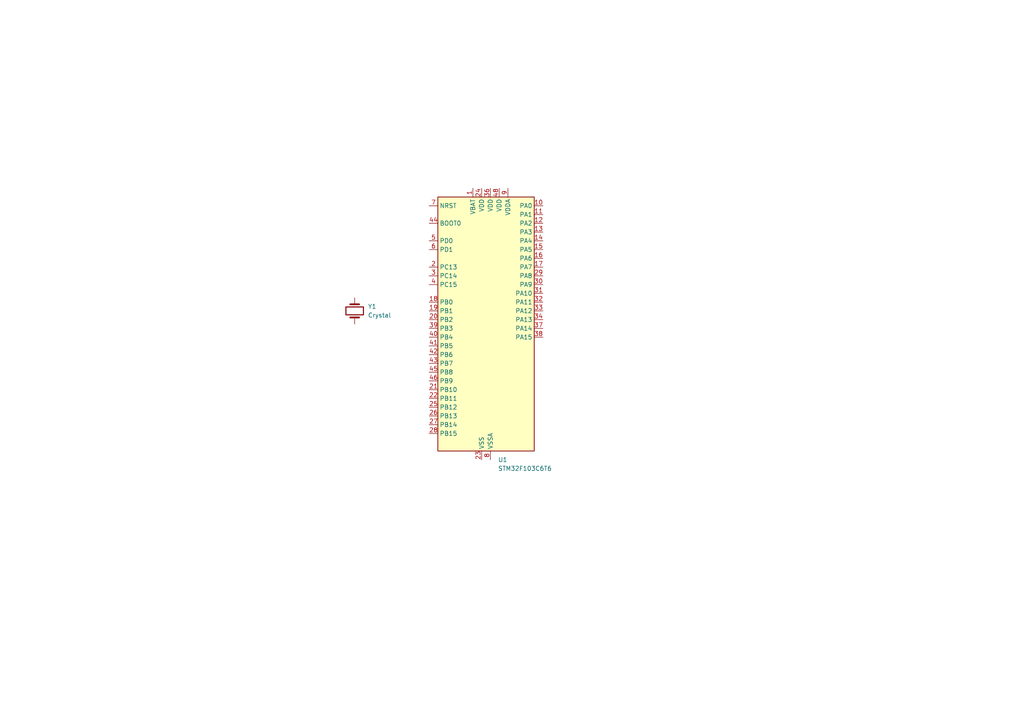
<source format=kicad_sch>
(kicad_sch (version 20231120) (generator "eeschema") (generator_version "8.0")
  (paper "A4")
  (lib_symbols
    (symbol "Device:Crystal" (pin_numbers hide) (pin_names (offset 1.016) hide)
      (property "Reference" "Y" (at 0 3.81 0))
      (property "Value" "Crystal" (at 0 -3.81 0))
      (symbol "Crystal_0_1"
        (rectangle (start -1.143 2.54) (end 1.143 -2.54) (stroke (width 0.3048)))
        (polyline (pts (xy -2.54 0) (xy -1.905 0)))
        (polyline (pts (xy -1.905 -1.27) (xy -1.905 1.27)) (stroke (width 0.508)))
        (polyline (pts (xy 1.905 -1.27) (xy 1.905 1.27)) (stroke (width 0.508)))
        (polyline (pts (xy 2.54 0) (xy 1.905 0)))
      )
      (symbol "Crystal_1_1"
        (pin passive line (at -3.81 0 0) (length 1.27) (name "1") (number "1"))
        (pin passive line (at 3.81 0 180) (length 1.27) (name "2") (number "2"))
      )
    )
    (symbol "MCU_ST_STM32F1:STM32F103C6Tx"
      (property "Reference" "U" (at -12.7 39.37 0))
      (property "Value" "STM32F103C6Tx" (at 10.16 39.37 0))
      (symbol "STM32F103C6Tx_0_1"
        (rectangle (start -12.7 -35.56) (end 15.24 38.1) (stroke (width 0.254)) (fill (type background)))
      )
      (symbol "STM32F103C6Tx_1_1"
        (pin power_in line (at -2.54 40.64 270) (length 2.54) (name "VBAT") (number "1"))
        (pin bidirectional line (at 17.78 35.56 180) (length 2.54) (name "PA0") (number "10"))
        (pin bidirectional line (at 17.78 33.02 180) (length 2.54) (name "PA1") (number "11"))
        (pin bidirectional line (at 17.78 30.48 180) (length 2.54) (name "PA2") (number "12"))
        (pin bidirectional line (at 17.78 27.94 180) (length 2.54) (name "PA3") (number "13"))
        (pin bidirectional line (at 17.78 25.4 180) (length 2.54) (name "PA4") (number "14"))
        (pin bidirectional line (at 17.78 22.86 180) (length 2.54) (name "PA5") (number "15"))
        (pin bidirectional line (at 17.78 20.32 180) (length 2.54) (name "PA6") (number "16"))
        (pin bidirectional line (at 17.78 17.78 180) (length 2.54) (name "PA7") (number "17"))
        (pin bidirectional line (at -15.24 7.62 0) (length 2.54) (name "PB0") (number "18"))
        (pin bidirectional line (at -15.24 5.08 0) (length 2.54) (name "PB1") (number "19"))
        (pin bidirectional line (at -15.24 17.78 0) (length 2.54) (name "PC13") (number "2"))
        (pin bidirectional line (at -15.24 2.54 0) (length 2.54) (name "PB2") (number "20"))
        (pin bidirectional line (at -15.24 -17.78 0) (length 2.54) (name "PB10") (number "21"))
        (pin bidirectional line (at -15.24 -20.32 0) (length 2.54) (name "PB11") (number "22"))
        (pin power_in line (at 0 -38.1 90) (length 2.54) (name "VSS") (number "23"))
        (pin power_in line (at 0 40.64 270) (length 2.54) (name "VDD") (number "24"))
        (pin bidirectional line (at -15.24 -22.86 0) (length 2.54) (name "PB12") (number "25"))
        (pin bidirectional line (at -15.24 -25.4 0) (length 2.54) (name "PB13") (number "26"))
        (pin bidirectional line (at -15.24 -27.94 0) (length 2.54) (name "PB14") (number "27"))
        (pin bidirectional line (at -15.24 -30.48 0) (length 2.54) (name "PB15") (number "28"))
        (pin bidirectional line (at 17.78 15.24 180) (length 2.54) (name "PA8") (number "29"))
        (pin bidirectional line (at -15.24 15.24 0) (length 2.54) (name "PC14") (number "3"))
        (pin bidirectional line (at 17.78 12.7 180) (length 2.54) (name "PA9") (number "30"))
        (pin bidirectional line (at 17.78 10.16 180) (length 2.54) (name "PA10") (number "31"))
        (pin bidirectional line (at 17.78 7.62 180) (length 2.54) (name "PA11") (number "32"))
        (pin bidirectional line (at 17.78 5.08 180) (length 2.54) (name "PA12") (number "33"))
        (pin bidirectional line (at 17.78 2.54 180) (length 2.54) (name "PA13") (number "34"))
        (pin passive line (at 0 -38.1 90) (length 2.54) hide (name "VSS") (number "35"))
        (pin power_in line (at 2.54 40.64 270) (length 2.54) (name "VDD") (number "36"))
        (pin bidirectional line (at 17.78 0 180) (length 2.54) (name "PA14") (number "37"))
        (pin bidirectional line (at 17.78 -2.54 180) (length 2.54) (name "PA15") (number "38"))
        (pin bidirectional line (at -15.24 0 0) (length 2.54) (name "PB3") (number "39"))
        (pin bidirectional line (at -15.24 12.7 0) (length 2.54) (name "PC15") (number "4"))
        (pin bidirectional line (at -15.24 -2.54 0) (length 2.54) (name "PB4") (number "40"))
        (pin bidirectional line (at -15.24 -5.08 0) (length 2.54) (name "PB5") (number "41"))
        (pin bidirectional line (at -15.24 -7.62 0) (length 2.54) (name "PB6") (number "42"))
        (pin bidirectional line (at -15.24 -10.16 0) (length 2.54) (name "PB7") (number "43"))
        (pin input line (at -15.24 30.48 0) (length 2.54) (name "BOOT0") (number "44"))
        (pin bidirectional line (at -15.24 -12.7 0) (length 2.54) (name "PB8") (number "45"))
        (pin bidirectional line (at -15.24 -15.24 0) (length 2.54) (name "PB9") (number "46"))
        (pin passive line (at 0 -38.1 90) (length 2.54) hide (name "VSS") (number "47"))
        (pin power_in line (at 5.08 40.64 270) (length 2.54) (name "VDD") (number "48"))
        (pin bidirectional line (at -15.24 25.4 0) (length 2.54) (name "PD0") (number "5"))
        (pin bidirectional line (at -15.24 22.86 0) (length 2.54) (name "PD1") (number "6"))
        (pin input line (at -15.24 35.56 0) (length 2.54) (name "NRST") (number "7"))
        (pin power_in line (at 2.54 -38.1 90) (length 2.54) (name "VSSA") (number "8"))
        (pin power_in line (at 7.62 40.64 270) (length 2.54) (name "VDDA") (number "9"))
      )
    )
  )
  (symbol (lib_id "MCU_ST_STM32F1:STM32F103C6Tx") (at 139.7 95.25 0) (unit 1)
    (property "Reference" "U1" (at 144.4341 133.35 0) (effects (justify left)))
    (property "Value" "STM32F103C6T6" (at 144.4341 135.89 0) (effects (justify left)))
    (property "Footprint" "Package_QFP:LQFP-48_7x7mm_P0.5mm" (effects (hide yes)))
    (property "Datasheet" "https://www.st.com/resource/en/datasheet/stm32f103c6.pdf" (effects (hide yes)))
    (property "Description" "STMicroelectronics Arm Cortex-M3 MCU, 32KB flash, 10KB RAM, 72 MHz, 2.0-3.6V, 37 GPIO, LQFP48" (effects (hide yes)))
  )
  (symbol (lib_id "Device:Crystal") (at 102.87 90.17 270) (unit 1)
    (property "Reference" "Y1" (at 106.68 88.8999 90) (effects (justify left)))
    (property "Value" "Crystal" (at 106.68 91.4399 90) (effects (justify left)))
    (property "Description" "Two pin crystal" (effects (hide yes)))
  )
)
</source>
